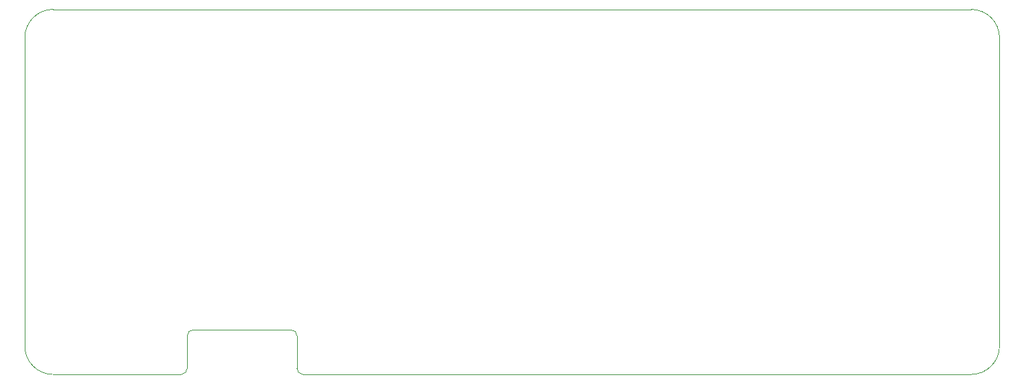
<source format=gm1>
G04 #@! TF.GenerationSoftware,KiCad,Pcbnew,7.0.8*
G04 #@! TF.CreationDate,2023-11-12T21:10:40-08:00*
G04 #@! TF.ProjectId,bms,626d732e-6b69-4636-9164-5f7063625858,V1*
G04 #@! TF.SameCoordinates,Original*
G04 #@! TF.FileFunction,Profile,NP*
%FSLAX46Y46*%
G04 Gerber Fmt 4.6, Leading zero omitted, Abs format (unit mm)*
G04 Created by KiCad (PCBNEW 7.0.8) date 2023-11-12 21:10:40*
%MOMM*%
%LPD*%
G01*
G04 APERTURE LIST*
G04 #@! TA.AperFunction,Profile*
%ADD10C,0.100000*%
G04 #@! TD*
G04 APERTURE END LIST*
D10*
X88500000Y-78500000D02*
X88500000Y-116500000D01*
X109230330Y-114500000D02*
G75*
G03*
X108500000Y-115230330I-30J-730300D01*
G01*
X205000000Y-75000000D02*
X92000000Y-75000000D01*
X107750000Y-120000000D02*
X92000000Y-120000000D01*
X122000000Y-119250000D02*
G75*
G03*
X122750000Y-120000000I750000J0D01*
G01*
X208500000Y-116500000D02*
X208500000Y-78500000D01*
X205000000Y-120000000D02*
G75*
G03*
X208500000Y-116500000I0J3500000D01*
G01*
X88500000Y-116500000D02*
G75*
G03*
X92000000Y-120000000I3500000J0D01*
G01*
X122750000Y-120000000D02*
X205000000Y-120000000D01*
X108500000Y-115230330D02*
X108500000Y-119250000D01*
X122000000Y-119250000D02*
X122000000Y-115216421D01*
X121999999Y-115216421D02*
G75*
G03*
X121300107Y-114500191I-716399J21D01*
G01*
X107750000Y-120000000D02*
G75*
G03*
X108500000Y-119250000I0J750000D01*
G01*
X92000000Y-75000000D02*
G75*
G03*
X88500000Y-78500000I0J-3500000D01*
G01*
X208500000Y-78500000D02*
G75*
G03*
X205000000Y-75000000I-3500000J0D01*
G01*
X121300107Y-114500191D02*
X109230437Y-114495365D01*
M02*

</source>
